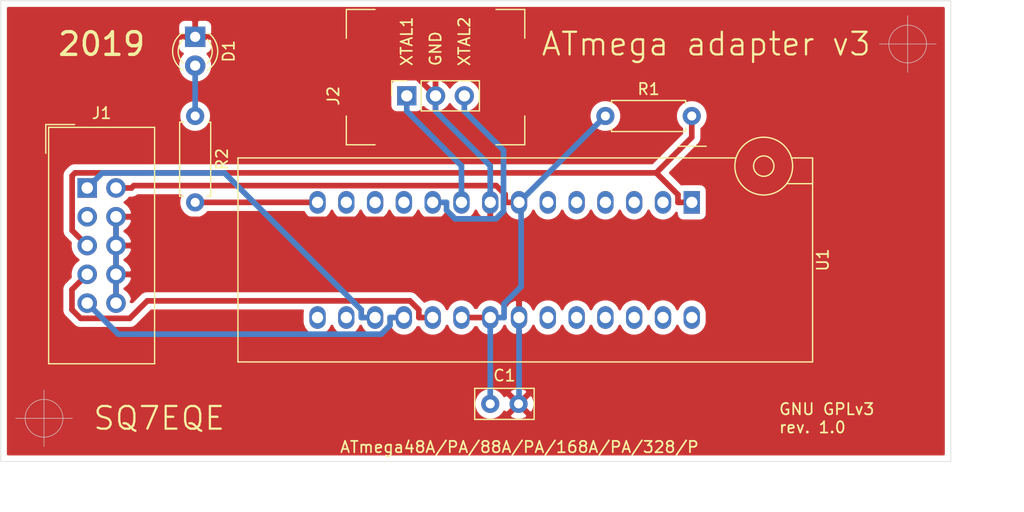
<source format=kicad_pcb>
(kicad_pcb (version 20171130) (host pcbnew 5.1.4-3.fc30)

  (general
    (thickness 1.6)
    (drawings 13)
    (tracks 74)
    (zones 0)
    (modules 7)
    (nets 28)
  )

  (page A4)
  (title_block
    (title "ATmega adapter v3")
    (date 2019-09-25)
    (rev 1.0)
    (company "mgr inż. Paweł Sobótka")
    (comment 1 "GNU GPLv3")
    (comment 2 ATmega48A/PA/88A/PA/168A/PA/328/P)
  )

  (layers
    (0 F.Cu signal)
    (31 B.Cu signal)
    (32 B.Adhes user)
    (33 F.Adhes user)
    (34 B.Paste user)
    (35 F.Paste user)
    (36 B.SilkS user)
    (37 F.SilkS user)
    (38 B.Mask user)
    (39 F.Mask user)
    (40 Dwgs.User user)
    (41 Cmts.User user)
    (42 Eco1.User user)
    (43 Eco2.User user)
    (44 Edge.Cuts user)
    (45 Margin user)
    (46 B.CrtYd user)
    (47 F.CrtYd user)
    (48 B.Fab user)
    (49 F.Fab user)
  )

  (setup
    (last_trace_width 0.4)
    (trace_clearance 0.2)
    (zone_clearance 0.508)
    (zone_45_only no)
    (trace_min 0.2)
    (via_size 0.8)
    (via_drill 0.4)
    (via_min_size 0.4)
    (via_min_drill 0.3)
    (uvia_size 0.3)
    (uvia_drill 0.1)
    (uvias_allowed no)
    (uvia_min_size 0.2)
    (uvia_min_drill 0.1)
    (edge_width 0.05)
    (segment_width 0.2)
    (pcb_text_width 0.3)
    (pcb_text_size 1.5 1.5)
    (mod_edge_width 0.12)
    (mod_text_size 1 1)
    (mod_text_width 0.15)
    (pad_size 1.524 1.524)
    (pad_drill 0.762)
    (pad_to_mask_clearance 0.051)
    (solder_mask_min_width 0.25)
    (aux_axis_origin 93.98 124.46)
    (visible_elements FFFFFF7F)
    (pcbplotparams
      (layerselection 0x291fc_ffffffff)
      (usegerberextensions false)
      (usegerberattributes false)
      (usegerberadvancedattributes false)
      (creategerberjobfile true)
      (excludeedgelayer true)
      (linewidth 0.100000)
      (plotframeref false)
      (viasonmask false)
      (mode 1)
      (useauxorigin false)
      (hpglpennumber 1)
      (hpglpenspeed 20)
      (hpglpendiameter 15.000000)
      (psnegative false)
      (psa4output false)
      (plotreference true)
      (plotvalue true)
      (plotinvisibletext false)
      (padsonsilk false)
      (subtractmaskfromsilk false)
      (outputformat 1)
      (mirror false)
      (drillshape 0)
      (scaleselection 1)
      (outputdirectory "gerbv/"))
  )

  (net 0 "")
  (net 1 "Net-(C1-Pad1)")
  (net 2 GND)
  (net 3 "Net-(D1-Pad2)")
  (net 4 /MOSI)
  (net 5 "Net-(J1-Pad3)")
  (net 6 /RESET)
  (net 7 /SCK)
  (net 8 /MISO)
  (net 9 /XTAL1)
  (net 10 /XTAL2)
  (net 11 "Net-(R2-Pad2)")
  (net 12 "Net-(U1-Pad28)")
  (net 13 "Net-(U1-Pad2)")
  (net 14 "Net-(U1-Pad27)")
  (net 15 "Net-(U1-Pad3)")
  (net 16 "Net-(U1-Pad26)")
  (net 17 "Net-(U1-Pad4)")
  (net 18 "Net-(U1-Pad25)")
  (net 19 "Net-(U1-Pad5)")
  (net 20 "Net-(U1-Pad24)")
  (net 21 "Net-(U1-Pad6)")
  (net 22 "Net-(U1-Pad23)")
  (net 23 "Net-(U1-Pad11)")
  (net 24 "Net-(U1-Pad12)")
  (net 25 "Net-(U1-Pad13)")
  (net 26 "Net-(U1-Pad16)")
  (net 27 "Net-(U1-Pad15)")

  (net_class Default "To jest domyślna klasa połączeń."
    (clearance 0.2)
    (trace_width 0.4)
    (via_dia 0.8)
    (via_drill 0.4)
    (uvia_dia 0.3)
    (uvia_drill 0.1)
    (add_net /MISO)
    (add_net /MOSI)
    (add_net /RESET)
    (add_net /SCK)
    (add_net /XTAL1)
    (add_net /XTAL2)
    (add_net GND)
    (add_net "Net-(C1-Pad1)")
    (add_net "Net-(D1-Pad2)")
    (add_net "Net-(J1-Pad3)")
    (add_net "Net-(R2-Pad2)")
    (add_net "Net-(U1-Pad11)")
    (add_net "Net-(U1-Pad12)")
    (add_net "Net-(U1-Pad13)")
    (add_net "Net-(U1-Pad15)")
    (add_net "Net-(U1-Pad16)")
    (add_net "Net-(U1-Pad2)")
    (add_net "Net-(U1-Pad23)")
    (add_net "Net-(U1-Pad24)")
    (add_net "Net-(U1-Pad25)")
    (add_net "Net-(U1-Pad26)")
    (add_net "Net-(U1-Pad27)")
    (add_net "Net-(U1-Pad28)")
    (add_net "Net-(U1-Pad3)")
    (add_net "Net-(U1-Pad4)")
    (add_net "Net-(U1-Pad5)")
    (add_net "Net-(U1-Pad6)")
  )

  (module atmega_prog_adapter_v3:PinSocket_1x03_P2.54mm_Vertical (layer F.Cu) (tedit 5D8C1B56) (tstamp 5D8BD5CF)
    (at 129.794 92.202 90)
    (descr "Through hole straight socket strip, 1x03, 2.54mm pitch, single row (from Kicad 4.0.7), script generated")
    (tags "Through hole socket strip THT 1x03 2.54mm single row")
    (path /5D8B8B96)
    (fp_text reference J2 (at 0 -6.477 90) (layer F.SilkS)
      (effects (font (size 1 1) (thickness 0.15)))
    )
    (fp_text value XTAL_connector (at 1.27 11.43 90) (layer F.Fab)
      (effects (font (size 1 1) (thickness 0.15)))
    )
    (fp_line (start -4.318 -2.794) (end -4.318 -5.334) (layer F.SilkS) (width 0.12))
    (fp_line (start -4.318 -5.334) (end -1.778 -5.334) (layer F.SilkS) (width 0.12))
    (fp_line (start 7.62 10.414) (end 7.62 7.874) (layer F.SilkS) (width 0.12))
    (fp_line (start 5.08 10.414) (end 7.62 10.414) (layer F.SilkS) (width 0.12))
    (fp_line (start -4.318 10.414) (end -4.318 7.874) (layer F.SilkS) (width 0.12))
    (fp_line (start -4.318 10.414) (end -1.778 10.414) (layer F.SilkS) (width 0.12))
    (fp_line (start 7.62 -2.794) (end 7.62 -5.334) (layer F.SilkS) (width 0.12))
    (fp_line (start 5.08 -5.334) (end 7.62 -5.334) (layer F.SilkS) (width 0.12))
    (fp_text user GND (at 2.54 2.54 90) (layer F.SilkS)
      (effects (font (size 1 1) (thickness 0.15)) (justify left))
    )
    (fp_text user XTAL2 (at 2.54 5.08 90) (layer F.SilkS)
      (effects (font (size 1 1) (thickness 0.15)) (justify left))
    )
    (fp_text user XTAL1 (at 2.54 0 90) (layer F.SilkS)
      (effects (font (size 1 1) (thickness 0.15)) (justify left))
    )
    (fp_text user %R (at 0 2.54) (layer F.Fab)
      (effects (font (size 1 1) (thickness 0.15)))
    )
    (fp_line (start -4.34 10.38) (end -4.34 -5.33) (layer F.CrtYd) (width 0.05))
    (fp_line (start 7.62 10.38) (end -4.34 10.38) (layer F.CrtYd) (width 0.05))
    (fp_line (start 7.62 -5.33) (end 7.62 10.38) (layer F.CrtYd) (width 0.05))
    (fp_line (start -4.34 -5.33) (end 7.62 -5.33) (layer F.CrtYd) (width 0.05))
    (fp_line (start 0 -1.33) (end 1.33 -1.33) (layer F.SilkS) (width 0.12))
    (fp_line (start 1.33 -1.33) (end 1.33 0) (layer F.SilkS) (width 0.12))
    (fp_line (start 1.33 1.27) (end 1.33 6.41) (layer F.SilkS) (width 0.12))
    (fp_line (start -1.33 6.41) (end 1.33 6.41) (layer F.SilkS) (width 0.12))
    (fp_line (start -1.33 1.27) (end -1.33 6.41) (layer F.SilkS) (width 0.12))
    (fp_line (start -1.33 1.27) (end 1.33 1.27) (layer F.SilkS) (width 0.12))
    (fp_line (start -1.27 6.35) (end -1.27 -1.27) (layer F.Fab) (width 0.1))
    (fp_line (start 1.27 6.35) (end -1.27 6.35) (layer F.Fab) (width 0.1))
    (fp_line (start 1.27 -0.635) (end 1.27 6.35) (layer F.Fab) (width 0.1))
    (fp_line (start 0.635 -1.27) (end 1.27 -0.635) (layer F.Fab) (width 0.1))
    (fp_line (start -1.27 -1.27) (end 0.635 -1.27) (layer F.Fab) (width 0.1))
    (pad 3 thru_hole oval (at 0 5.08 90) (size 1.7 1.7) (drill 1) (layers *.Cu *.Mask)
      (net 10 /XTAL2))
    (pad 2 thru_hole oval (at 0 2.54 90) (size 1.7 1.7) (drill 1) (layers *.Cu *.Mask)
      (net 2 GND))
    (pad 1 thru_hole rect (at 0 0 90) (size 1.7 1.7) (drill 1) (layers *.Cu *.Mask)
      (net 9 /XTAL1))
    (model ${KISYS3DMOD}/Connector_PinSocket_2.54mm.3dshapes/PinSocket_1x03_P2.54mm_Vertical.wrl
      (at (xyz 0 0 0))
      (scale (xyz 1 1 1))
      (rotate (xyz 0 0 0))
    )
  )

  (module Capacitor_THT:C_Disc_D5.0mm_W2.5mm_P2.50mm (layer F.Cu) (tedit 5AE50EF0) (tstamp 5D8BBDA0)
    (at 137.16 119.38)
    (descr "C, Disc series, Radial, pin pitch=2.50mm, , diameter*width=5*2.5mm^2, Capacitor, http://cdn-reichelt.de/documents/datenblatt/B300/DS_KERKO_TC.pdf")
    (tags "C Disc series Radial pin pitch 2.50mm  diameter 5mm width 2.5mm Capacitor")
    (path /5D892234)
    (fp_text reference C1 (at 1.25 -2.5) (layer F.SilkS)
      (effects (font (size 1 1) (thickness 0.15)))
    )
    (fp_text value 0.1u (at 1.25 2.5) (layer F.Fab)
      (effects (font (size 1 1) (thickness 0.15)))
    )
    (fp_text user %R (at 1.25 0) (layer F.Fab)
      (effects (font (size 1 1) (thickness 0.15)))
    )
    (fp_line (start 4 -1.5) (end -1.5 -1.5) (layer F.CrtYd) (width 0.05))
    (fp_line (start 4 1.5) (end 4 -1.5) (layer F.CrtYd) (width 0.05))
    (fp_line (start -1.5 1.5) (end 4 1.5) (layer F.CrtYd) (width 0.05))
    (fp_line (start -1.5 -1.5) (end -1.5 1.5) (layer F.CrtYd) (width 0.05))
    (fp_line (start 3.87 -1.37) (end 3.87 1.37) (layer F.SilkS) (width 0.12))
    (fp_line (start -1.37 -1.37) (end -1.37 1.37) (layer F.SilkS) (width 0.12))
    (fp_line (start -1.37 1.37) (end 3.87 1.37) (layer F.SilkS) (width 0.12))
    (fp_line (start -1.37 -1.37) (end 3.87 -1.37) (layer F.SilkS) (width 0.12))
    (fp_line (start 3.75 -1.25) (end -1.25 -1.25) (layer F.Fab) (width 0.1))
    (fp_line (start 3.75 1.25) (end 3.75 -1.25) (layer F.Fab) (width 0.1))
    (fp_line (start -1.25 1.25) (end 3.75 1.25) (layer F.Fab) (width 0.1))
    (fp_line (start -1.25 -1.25) (end -1.25 1.25) (layer F.Fab) (width 0.1))
    (pad 2 thru_hole circle (at 2.5 0) (size 1.6 1.6) (drill 0.8) (layers *.Cu *.Mask)
      (net 2 GND))
    (pad 1 thru_hole circle (at 0 0) (size 1.6 1.6) (drill 0.8) (layers *.Cu *.Mask)
      (net 1 "Net-(C1-Pad1)"))
    (model ${KISYS3DMOD}/Capacitor_THT.3dshapes/C_Disc_D5.0mm_W2.5mm_P2.50mm.wrl
      (at (xyz 0 0 0))
      (scale (xyz 1 1 1))
      (rotate (xyz 0 0 0))
    )
  )

  (module LED_THT:LED_D3.0mm (layer F.Cu) (tedit 587A3A7B) (tstamp 5D8C26F2)
    (at 111.125 86.995 270)
    (descr "LED, diameter 3.0mm, 2 pins")
    (tags "LED diameter 3.0mm 2 pins")
    (path /5D892E00)
    (fp_text reference D1 (at 1.27 -2.96 90) (layer F.SilkS)
      (effects (font (size 1 1) (thickness 0.15)))
    )
    (fp_text value YELLOW (at 1.27 2.96 90) (layer F.Fab)
      (effects (font (size 1 1) (thickness 0.15)))
    )
    (fp_line (start 3.7 -2.25) (end -1.15 -2.25) (layer F.CrtYd) (width 0.05))
    (fp_line (start 3.7 2.25) (end 3.7 -2.25) (layer F.CrtYd) (width 0.05))
    (fp_line (start -1.15 2.25) (end 3.7 2.25) (layer F.CrtYd) (width 0.05))
    (fp_line (start -1.15 -2.25) (end -1.15 2.25) (layer F.CrtYd) (width 0.05))
    (fp_line (start -0.29 1.08) (end -0.29 1.236) (layer F.SilkS) (width 0.12))
    (fp_line (start -0.29 -1.236) (end -0.29 -1.08) (layer F.SilkS) (width 0.12))
    (fp_line (start -0.23 -1.16619) (end -0.23 1.16619) (layer F.Fab) (width 0.1))
    (fp_circle (center 1.27 0) (end 2.77 0) (layer F.Fab) (width 0.1))
    (fp_arc (start 1.27 0) (end 0.229039 1.08) (angle -87.9) (layer F.SilkS) (width 0.12))
    (fp_arc (start 1.27 0) (end 0.229039 -1.08) (angle 87.9) (layer F.SilkS) (width 0.12))
    (fp_arc (start 1.27 0) (end -0.29 1.235516) (angle -108.8) (layer F.SilkS) (width 0.12))
    (fp_arc (start 1.27 0) (end -0.29 -1.235516) (angle 108.8) (layer F.SilkS) (width 0.12))
    (fp_arc (start 1.27 0) (end -0.23 -1.16619) (angle 284.3) (layer F.Fab) (width 0.1))
    (pad 2 thru_hole circle (at 2.54 0 270) (size 1.8 1.8) (drill 0.9) (layers *.Cu *.Mask)
      (net 3 "Net-(D1-Pad2)"))
    (pad 1 thru_hole rect (at 0 0 270) (size 1.8 1.8) (drill 0.9) (layers *.Cu *.Mask)
      (net 2 GND))
    (model ${KISYS3DMOD}/LED_THT.3dshapes/LED_D3.0mm.wrl
      (at (xyz 0 0 0))
      (scale (xyz 1 1 1))
      (rotate (xyz 0 0 0))
    )
  )

  (module Connector_IDC:IDC-Header_2x05_P2.54mm_Vertical (layer F.Cu) (tedit 59DE0611) (tstamp 5D8BBDDB)
    (at 101.6 100.33)
    (descr "Through hole straight IDC box header, 2x05, 2.54mm pitch, double rows")
    (tags "Through hole IDC box header THT 2x05 2.54mm double row")
    (path /5D88F0F0)
    (fp_text reference J1 (at 1.27 -6.604) (layer F.SilkS)
      (effects (font (size 1 1) (thickness 0.15)))
    )
    (fp_text value AVR-ISP-10 (at 1.27 16.764) (layer F.Fab)
      (effects (font (size 1 1) (thickness 0.15)))
    )
    (fp_line (start -3.655 -5.6) (end -1.115 -5.6) (layer F.SilkS) (width 0.12))
    (fp_line (start -3.655 -5.6) (end -3.655 -3.06) (layer F.SilkS) (width 0.12))
    (fp_line (start -3.405 -5.35) (end 5.945 -5.35) (layer F.SilkS) (width 0.12))
    (fp_line (start -3.405 15.51) (end -3.405 -5.35) (layer F.SilkS) (width 0.12))
    (fp_line (start 5.945 15.51) (end -3.405 15.51) (layer F.SilkS) (width 0.12))
    (fp_line (start 5.945 -5.35) (end 5.945 15.51) (layer F.SilkS) (width 0.12))
    (fp_line (start -3.41 -5.35) (end 5.95 -5.35) (layer F.CrtYd) (width 0.05))
    (fp_line (start -3.41 15.51) (end -3.41 -5.35) (layer F.CrtYd) (width 0.05))
    (fp_line (start 5.95 15.51) (end -3.41 15.51) (layer F.CrtYd) (width 0.05))
    (fp_line (start 5.95 -5.35) (end 5.95 15.51) (layer F.CrtYd) (width 0.05))
    (fp_line (start -3.155 15.26) (end -2.605 14.7) (layer F.Fab) (width 0.1))
    (fp_line (start -3.155 -5.1) (end -2.605 -4.56) (layer F.Fab) (width 0.1))
    (fp_line (start 5.695 15.26) (end 5.145 14.7) (layer F.Fab) (width 0.1))
    (fp_line (start 5.695 -5.1) (end 5.145 -4.56) (layer F.Fab) (width 0.1))
    (fp_line (start 5.145 14.7) (end -2.605 14.7) (layer F.Fab) (width 0.1))
    (fp_line (start 5.695 15.26) (end -3.155 15.26) (layer F.Fab) (width 0.1))
    (fp_line (start 5.145 -4.56) (end -2.605 -4.56) (layer F.Fab) (width 0.1))
    (fp_line (start 5.695 -5.1) (end -3.155 -5.1) (layer F.Fab) (width 0.1))
    (fp_line (start -2.605 7.33) (end -3.155 7.33) (layer F.Fab) (width 0.1))
    (fp_line (start -2.605 2.83) (end -3.155 2.83) (layer F.Fab) (width 0.1))
    (fp_line (start -2.605 7.33) (end -2.605 14.7) (layer F.Fab) (width 0.1))
    (fp_line (start -2.605 -4.56) (end -2.605 2.83) (layer F.Fab) (width 0.1))
    (fp_line (start -3.155 -5.1) (end -3.155 15.26) (layer F.Fab) (width 0.1))
    (fp_line (start 5.145 -4.56) (end 5.145 14.7) (layer F.Fab) (width 0.1))
    (fp_line (start 5.695 -5.1) (end 5.695 15.26) (layer F.Fab) (width 0.1))
    (fp_text user %R (at 1.27 5.08) (layer F.Fab)
      (effects (font (size 1 1) (thickness 0.15)))
    )
    (pad 10 thru_hole oval (at 2.54 10.16) (size 1.7272 1.7272) (drill 1.016) (layers *.Cu *.Mask)
      (net 2 GND))
    (pad 9 thru_hole oval (at 0 10.16) (size 1.7272 1.7272) (drill 1.016) (layers *.Cu *.Mask)
      (net 8 /MISO))
    (pad 8 thru_hole oval (at 2.54 7.62) (size 1.7272 1.7272) (drill 1.016) (layers *.Cu *.Mask)
      (net 2 GND))
    (pad 7 thru_hole oval (at 0 7.62) (size 1.7272 1.7272) (drill 1.016) (layers *.Cu *.Mask)
      (net 7 /SCK))
    (pad 6 thru_hole oval (at 2.54 5.08) (size 1.7272 1.7272) (drill 1.016) (layers *.Cu *.Mask)
      (net 2 GND))
    (pad 5 thru_hole oval (at 0 5.08) (size 1.7272 1.7272) (drill 1.016) (layers *.Cu *.Mask)
      (net 6 /RESET))
    (pad 4 thru_hole oval (at 2.54 2.54) (size 1.7272 1.7272) (drill 1.016) (layers *.Cu *.Mask)
      (net 2 GND))
    (pad 3 thru_hole oval (at 0 2.54) (size 1.7272 1.7272) (drill 1.016) (layers *.Cu *.Mask)
      (net 5 "Net-(J1-Pad3)"))
    (pad 2 thru_hole oval (at 2.54 0) (size 1.7272 1.7272) (drill 1.016) (layers *.Cu *.Mask)
      (net 1 "Net-(C1-Pad1)"))
    (pad 1 thru_hole rect (at 0 0) (size 1.7272 1.7272) (drill 1.016) (layers *.Cu *.Mask)
      (net 4 /MOSI))
    (model ${KISYS3DMOD}/Connector_IDC.3dshapes/IDC-Header_2x05_P2.54mm_Vertical.wrl
      (at (xyz 0 0 0))
      (scale (xyz 1 1 1))
      (rotate (xyz 0 0 0))
    )
  )

  (module Resistor_THT:R_Axial_DIN0207_L6.3mm_D2.5mm_P7.62mm_Horizontal (layer F.Cu) (tedit 5AE5139B) (tstamp 5D8BBE09)
    (at 147.32 93.98)
    (descr "Resistor, Axial_DIN0207 series, Axial, Horizontal, pin pitch=7.62mm, 0.25W = 1/4W, length*diameter=6.3*2.5mm^2, http://cdn-reichelt.de/documents/datenblatt/B400/1_4W%23YAG.pdf")
    (tags "Resistor Axial_DIN0207 series Axial Horizontal pin pitch 7.62mm 0.25W = 1/4W length 6.3mm diameter 2.5mm")
    (path /5D8926C3)
    (fp_text reference R1 (at 3.81 -2.37) (layer F.SilkS)
      (effects (font (size 1 1) (thickness 0.15)))
    )
    (fp_text value 10k (at 3.81 2.37) (layer F.Fab)
      (effects (font (size 1 1) (thickness 0.15)))
    )
    (fp_text user %R (at 3.81 0) (layer F.Fab)
      (effects (font (size 1 1) (thickness 0.15)))
    )
    (fp_line (start 8.67 -1.5) (end -1.05 -1.5) (layer F.CrtYd) (width 0.05))
    (fp_line (start 8.67 1.5) (end 8.67 -1.5) (layer F.CrtYd) (width 0.05))
    (fp_line (start -1.05 1.5) (end 8.67 1.5) (layer F.CrtYd) (width 0.05))
    (fp_line (start -1.05 -1.5) (end -1.05 1.5) (layer F.CrtYd) (width 0.05))
    (fp_line (start 7.08 1.37) (end 7.08 1.04) (layer F.SilkS) (width 0.12))
    (fp_line (start 0.54 1.37) (end 7.08 1.37) (layer F.SilkS) (width 0.12))
    (fp_line (start 0.54 1.04) (end 0.54 1.37) (layer F.SilkS) (width 0.12))
    (fp_line (start 7.08 -1.37) (end 7.08 -1.04) (layer F.SilkS) (width 0.12))
    (fp_line (start 0.54 -1.37) (end 7.08 -1.37) (layer F.SilkS) (width 0.12))
    (fp_line (start 0.54 -1.04) (end 0.54 -1.37) (layer F.SilkS) (width 0.12))
    (fp_line (start 7.62 0) (end 6.96 0) (layer F.Fab) (width 0.1))
    (fp_line (start 0 0) (end 0.66 0) (layer F.Fab) (width 0.1))
    (fp_line (start 6.96 -1.25) (end 0.66 -1.25) (layer F.Fab) (width 0.1))
    (fp_line (start 6.96 1.25) (end 6.96 -1.25) (layer F.Fab) (width 0.1))
    (fp_line (start 0.66 1.25) (end 6.96 1.25) (layer F.Fab) (width 0.1))
    (fp_line (start 0.66 -1.25) (end 0.66 1.25) (layer F.Fab) (width 0.1))
    (pad 2 thru_hole oval (at 7.62 0) (size 1.6 1.6) (drill 0.8) (layers *.Cu *.Mask)
      (net 6 /RESET))
    (pad 1 thru_hole circle (at 0 0) (size 1.6 1.6) (drill 0.8) (layers *.Cu *.Mask)
      (net 1 "Net-(C1-Pad1)"))
    (model ${KISYS3DMOD}/Resistor_THT.3dshapes/R_Axial_DIN0207_L6.3mm_D2.5mm_P7.62mm_Horizontal.wrl
      (at (xyz 0 0 0))
      (scale (xyz 1 1 1))
      (rotate (xyz 0 0 0))
    )
  )

  (module Resistor_THT:R_Axial_DIN0207_L6.3mm_D2.5mm_P7.62mm_Horizontal (layer F.Cu) (tedit 5AE5139B) (tstamp 5D8BBE20)
    (at 111.125 93.98 270)
    (descr "Resistor, Axial_DIN0207 series, Axial, Horizontal, pin pitch=7.62mm, 0.25W = 1/4W, length*diameter=6.3*2.5mm^2, http://cdn-reichelt.de/documents/datenblatt/B400/1_4W%23YAG.pdf")
    (tags "Resistor Axial_DIN0207 series Axial Horizontal pin pitch 7.62mm 0.25W = 1/4W length 6.3mm diameter 2.5mm")
    (path /5D892A87)
    (fp_text reference R2 (at 3.81 -2.37 90) (layer F.SilkS)
      (effects (font (size 1 1) (thickness 0.15)))
    )
    (fp_text value 470 (at 3.81 2.37 90) (layer F.Fab)
      (effects (font (size 1 1) (thickness 0.15)))
    )
    (fp_text user %R (at 3.81 0 90) (layer F.Fab)
      (effects (font (size 1 1) (thickness 0.15)))
    )
    (fp_line (start 8.67 -1.5) (end -1.05 -1.5) (layer F.CrtYd) (width 0.05))
    (fp_line (start 8.67 1.5) (end 8.67 -1.5) (layer F.CrtYd) (width 0.05))
    (fp_line (start -1.05 1.5) (end 8.67 1.5) (layer F.CrtYd) (width 0.05))
    (fp_line (start -1.05 -1.5) (end -1.05 1.5) (layer F.CrtYd) (width 0.05))
    (fp_line (start 7.08 1.37) (end 7.08 1.04) (layer F.SilkS) (width 0.12))
    (fp_line (start 0.54 1.37) (end 7.08 1.37) (layer F.SilkS) (width 0.12))
    (fp_line (start 0.54 1.04) (end 0.54 1.37) (layer F.SilkS) (width 0.12))
    (fp_line (start 7.08 -1.37) (end 7.08 -1.04) (layer F.SilkS) (width 0.12))
    (fp_line (start 0.54 -1.37) (end 7.08 -1.37) (layer F.SilkS) (width 0.12))
    (fp_line (start 0.54 -1.04) (end 0.54 -1.37) (layer F.SilkS) (width 0.12))
    (fp_line (start 7.62 0) (end 6.96 0) (layer F.Fab) (width 0.1))
    (fp_line (start 0 0) (end 0.66 0) (layer F.Fab) (width 0.1))
    (fp_line (start 6.96 -1.25) (end 0.66 -1.25) (layer F.Fab) (width 0.1))
    (fp_line (start 6.96 1.25) (end 6.96 -1.25) (layer F.Fab) (width 0.1))
    (fp_line (start 0.66 1.25) (end 6.96 1.25) (layer F.Fab) (width 0.1))
    (fp_line (start 0.66 -1.25) (end 0.66 1.25) (layer F.Fab) (width 0.1))
    (pad 2 thru_hole oval (at 7.62 0 270) (size 1.6 1.6) (drill 0.8) (layers *.Cu *.Mask)
      (net 11 "Net-(R2-Pad2)"))
    (pad 1 thru_hole circle (at 0 0 270) (size 1.6 1.6) (drill 0.8) (layers *.Cu *.Mask)
      (net 3 "Net-(D1-Pad2)"))
    (model ${KISYS3DMOD}/Resistor_THT.3dshapes/R_Axial_DIN0207_L6.3mm_D2.5mm_P7.62mm_Horizontal.wrl
      (at (xyz 0 0 0))
      (scale (xyz 1 1 1))
      (rotate (xyz 0 0 0))
    )
  )

  (module Socket:DIP_Socket-28_W6.9_W7.62_W10.16_W12.7_W13.5_3M_228-4817-00-0602J (layer F.Cu) (tedit 5AF5D4CC) (tstamp 5D8BBE63)
    (at 154.94 101.6 270)
    (descr "3M 28-pin zero insertion force socket, through-hole, row spacing 10.16 mm (400 mils), http://multimedia.3m.com/mws/media/494546O/3mtm-dip-sockets-100-2-54-mm-ts0365.pdf")
    (tags "THT DIP DIL ZIF 10.16mm 400mil Socket")
    (path /5D8917EB)
    (fp_text reference U1 (at 5.08 -11.56 90) (layer F.SilkS)
      (effects (font (size 1 1) (thickness 0.15)))
    )
    (fp_text value ATmega48A/PA/88A/PA/168A/PA/328/P (at 5.08 40.94 90) (layer F.Fab)
      (effects (font (size 0.6 0.6) (thickness 0.09)))
    )
    (fp_text user %R (at 5.08 14.69 90) (layer F.Fab)
      (effects (font (size 1 1) (thickness 0.15)))
    )
    (fp_line (start -4.95 1.27) (end -4.95 -1.27) (layer F.SilkS) (width 0.12))
    (fp_line (start -1.65 -10.66) (end -1.65 -8.4) (layer F.SilkS) (width 0.12))
    (fp_line (start -3.92 -10.66) (end -3.92 -8.8) (layer F.SilkS) (width 0.12))
    (fp_line (start 14.08 -10.66) (end -3.92 -10.66) (layer F.SilkS) (width 0.12))
    (fp_line (start 14.08 40.04) (end 14.08 -10.66) (layer F.SilkS) (width 0.12))
    (fp_line (start -3.92 40.04) (end 14.08 40.04) (layer F.SilkS) (width 0.12))
    (fp_line (start -3.92 -3.9) (end -3.92 40.04) (layer F.SilkS) (width 0.12))
    (fp_line (start 13.98 -10.56) (end 13.98 39.94) (layer F.Fab) (width 0.1))
    (fp_line (start -2.85 -10.56) (end 13.98 -10.56) (layer F.Fab) (width 0.1))
    (fp_line (start -3.82 -9.4) (end -2.85 -10.56) (layer F.Fab) (width 0.1))
    (fp_line (start -3.82 39.94) (end -3.82 -9.4) (layer F.Fab) (width 0.1))
    (fp_line (start 13.98 39.94) (end -3.82 39.94) (layer F.Fab) (width 0.1))
    (fp_line (start -1.9 -15.86) (end -1.9 -10.56) (layer F.Fab) (width 0.1))
    (fp_line (start -3.5 -15.86) (end -1.9 -15.86) (layer F.Fab) (width 0.1))
    (fp_line (start -3.5 -9.75) (end -3.5 -15.86) (layer F.Fab) (width 0.1))
    (fp_line (start -0.4 -17.86) (end -1.9 -15.86) (layer F.Fab) (width 0.1))
    (fp_line (start -5 -17.86) (end -3.5 -15.86) (layer F.Fab) (width 0.1))
    (fp_line (start -0.4 -17.86) (end -0.4 -21.46) (layer F.Fab) (width 0.1))
    (fp_line (start -5 -17.86) (end -0.4 -17.86) (layer F.Fab) (width 0.1))
    (fp_line (start -5 -21.46) (end -5 -17.86) (layer F.Fab) (width 0.1))
    (fp_line (start -0.4 -21.46) (end -5 -21.46) (layer F.Fab) (width 0.1))
    (fp_line (start -1.7 -22.86) (end -0.4 -21.46) (layer F.Fab) (width 0.1))
    (fp_line (start -3.7 -22.86) (end -1.7 -22.86) (layer F.Fab) (width 0.1))
    (fp_line (start -5 -21.46) (end -3.7 -22.86) (layer F.Fab) (width 0.1))
    (fp_line (start -5.5 -3.4) (end -5.5 -23.36) (layer F.CrtYd) (width 0.05))
    (fp_line (start -4.32 -3.4) (end -5.5 -3.4) (layer F.CrtYd) (width 0.05))
    (fp_line (start -4.32 40.44) (end -4.32 -3.4) (layer F.CrtYd) (width 0.05))
    (fp_line (start 14.48 40.44) (end -4.32 40.44) (layer F.CrtYd) (width 0.05))
    (fp_line (start 14.48 -11.06) (end 14.48 40.44) (layer F.CrtYd) (width 0.05))
    (fp_line (start 0.1 -11.06) (end 14.48 -11.06) (layer F.CrtYd) (width 0.05))
    (fp_line (start 0.1 -23.36) (end 0.1 -11.06) (layer F.CrtYd) (width 0.05))
    (fp_line (start -5.5 -23.36) (end 0.1 -23.36) (layer F.CrtYd) (width 0.05))
    (fp_circle (center -3.2 -6.35) (end -2.3 -6.35) (layer F.SilkS) (width 0.12))
    (fp_circle (center -3.2 -6.35) (end -0.65 -6.35) (layer F.SilkS) (width 0.12))
    (pad 15 thru_hole oval (at 10.16 33.02 270) (size 2 1.44) (drill 1) (layers *.Cu *.Mask)
      (net 27 "Net-(U1-Pad15)"))
    (pad 14 thru_hole oval (at 0 33.02 270) (size 2 1.44) (drill 1) (layers *.Cu *.Mask)
      (net 11 "Net-(R2-Pad2)"))
    (pad 16 thru_hole oval (at 10.16 30.48 270) (size 2 1.44) (drill 1) (layers *.Cu *.Mask)
      (net 26 "Net-(U1-Pad16)"))
    (pad 13 thru_hole oval (at 0 30.48 270) (size 2 1.44) (drill 1) (layers *.Cu *.Mask)
      (net 25 "Net-(U1-Pad13)"))
    (pad 17 thru_hole oval (at 10.16 27.94 270) (size 2 1.44) (drill 1) (layers *.Cu *.Mask)
      (net 4 /MOSI))
    (pad 12 thru_hole oval (at 0 27.94 270) (size 2 1.44) (drill 1) (layers *.Cu *.Mask)
      (net 24 "Net-(U1-Pad12)"))
    (pad 18 thru_hole oval (at 10.16 25.4 270) (size 2 1.44) (drill 1) (layers *.Cu *.Mask)
      (net 8 /MISO))
    (pad 11 thru_hole oval (at 0 25.4 270) (size 2 1.44) (drill 1) (layers *.Cu *.Mask)
      (net 23 "Net-(U1-Pad11)"))
    (pad 19 thru_hole oval (at 10.16 22.86 270) (size 2 1.44) (drill 1) (layers *.Cu *.Mask)
      (net 7 /SCK))
    (pad 10 thru_hole oval (at 0 22.86 270) (size 2 1.44) (drill 1) (layers *.Cu *.Mask)
      (net 10 /XTAL2))
    (pad 20 thru_hole oval (at 10.16 20.32 270) (size 2 1.44) (drill 1) (layers *.Cu *.Mask)
      (net 1 "Net-(C1-Pad1)"))
    (pad 9 thru_hole oval (at 0 20.32 270) (size 2 1.44) (drill 1) (layers *.Cu *.Mask)
      (net 9 /XTAL1))
    (pad 21 thru_hole oval (at 10.16 17.78 270) (size 2 1.44) (drill 1) (layers *.Cu *.Mask)
      (net 1 "Net-(C1-Pad1)"))
    (pad 8 thru_hole oval (at 0 17.78 270) (size 2 1.44) (drill 1) (layers *.Cu *.Mask)
      (net 2 GND))
    (pad 22 thru_hole oval (at 10.16 15.24 270) (size 2 1.44) (drill 1) (layers *.Cu *.Mask)
      (net 2 GND))
    (pad 7 thru_hole oval (at 0 15.24 270) (size 2 1.44) (drill 1) (layers *.Cu *.Mask)
      (net 1 "Net-(C1-Pad1)"))
    (pad 23 thru_hole oval (at 10.16 12.7 270) (size 2 1.44) (drill 1) (layers *.Cu *.Mask)
      (net 22 "Net-(U1-Pad23)"))
    (pad 6 thru_hole oval (at 0 12.7 270) (size 2 1.44) (drill 1) (layers *.Cu *.Mask)
      (net 21 "Net-(U1-Pad6)"))
    (pad 24 thru_hole oval (at 10.16 10.16 270) (size 2 1.44) (drill 1) (layers *.Cu *.Mask)
      (net 20 "Net-(U1-Pad24)"))
    (pad 5 thru_hole oval (at 0 10.16 270) (size 2 1.44) (drill 1) (layers *.Cu *.Mask)
      (net 19 "Net-(U1-Pad5)"))
    (pad 25 thru_hole oval (at 10.16 7.62 270) (size 2 1.44) (drill 1) (layers *.Cu *.Mask)
      (net 18 "Net-(U1-Pad25)"))
    (pad 4 thru_hole oval (at 0 7.62 270) (size 2 1.44) (drill 1) (layers *.Cu *.Mask)
      (net 17 "Net-(U1-Pad4)"))
    (pad 26 thru_hole oval (at 10.16 5.08 270) (size 2 1.44) (drill 1) (layers *.Cu *.Mask)
      (net 16 "Net-(U1-Pad26)"))
    (pad 3 thru_hole oval (at 0 5.08 270) (size 2 1.44) (drill 1) (layers *.Cu *.Mask)
      (net 15 "Net-(U1-Pad3)"))
    (pad 27 thru_hole oval (at 10.16 2.54 270) (size 2 1.44) (drill 1) (layers *.Cu *.Mask)
      (net 14 "Net-(U1-Pad27)"))
    (pad 2 thru_hole oval (at 0 2.54 270) (size 2 1.44) (drill 1) (layers *.Cu *.Mask)
      (net 13 "Net-(U1-Pad2)"))
    (pad 28 thru_hole oval (at 10.16 0 270) (size 2 1.44) (drill 1) (layers *.Cu *.Mask)
      (net 12 "Net-(U1-Pad28)"))
    (pad 1 thru_hole rect (at 0 0 270) (size 2 1.44) (drill 1) (layers *.Cu *.Mask)
      (net 6 /RESET))
    (model ${KISYS3DMOD}/Socket.3dshapes/DIP_Socket-28_W6.9_W7.62_W10.16_W12.7_W13.5_3M_228-4817-00-0602J.wrl
      (at (xyz 0 0 0))
      (scale (xyz 1 1 1))
      (rotate (xyz 0 0 0))
    )
  )

  (gr_text ATmega48A/PA/88A/PA/168A/PA/328/P (at 123.825 123.19) (layer F.SilkS)
    (effects (font (size 1 1) (thickness 0.15)) (justify left))
  )
  (dimension 40.64 (width 0.15) (layer Dwgs.User)
    (gr_text "40,640 mm" (at 182.91 104.14 90) (layer Dwgs.User)
      (effects (font (size 1 1) (thickness 0.15)))
    )
    (feature1 (pts (xy 177.8 83.82) (xy 182.196421 83.82)))
    (feature2 (pts (xy 177.8 124.46) (xy 182.196421 124.46)))
    (crossbar (pts (xy 181.61 124.46) (xy 181.61 83.82)))
    (arrow1a (pts (xy 181.61 83.82) (xy 182.196421 84.946504)))
    (arrow1b (pts (xy 181.61 83.82) (xy 181.023579 84.946504)))
    (arrow2a (pts (xy 181.61 124.46) (xy 182.196421 123.333496)))
    (arrow2b (pts (xy 181.61 124.46) (xy 181.023579 123.333496)))
  )
  (dimension 83.82 (width 0.15) (layer Dwgs.User)
    (gr_text "83,820 mm" (at 135.89 129.57) (layer Dwgs.User)
      (effects (font (size 1 1) (thickness 0.15)))
    )
    (feature1 (pts (xy 177.8 124.46) (xy 177.8 128.856421)))
    (feature2 (pts (xy 93.98 124.46) (xy 93.98 128.856421)))
    (crossbar (pts (xy 93.98 128.27) (xy 177.8 128.27)))
    (arrow1a (pts (xy 177.8 128.27) (xy 176.673496 128.856421)))
    (arrow1b (pts (xy 177.8 128.27) (xy 176.673496 127.683579)))
    (arrow2a (pts (xy 93.98 128.27) (xy 95.106504 128.856421)))
    (arrow2b (pts (xy 93.98 128.27) (xy 95.106504 127.683579)))
  )
  (gr_text 2019 (at 102.87 87.63) (layer F.SilkS)
    (effects (font (size 2 2) (thickness 0.3)))
  )
  (gr_text "GNU GPLv3\nrev. 1.0" (at 162.56 120.65) (layer F.SilkS)
    (effects (font (size 1 1) (thickness 0.15)) (justify left))
  )
  (gr_text SQ7EQE (at 107.95 120.65) (layer F.SilkS)
    (effects (font (size 2 2) (thickness 0.2)))
  )
  (gr_text "ATmega adapter v3" (at 156.21 87.63) (layer F.SilkS)
    (effects (font (size 2 2) (thickness 0.2)))
  )
  (target plus (at 97.79 120.65) (size 5) (width 0.05) (layer Edge.Cuts) (tstamp 5D8BC544))
  (target plus (at 173.99 87.63) (size 5) (width 0.05) (layer Edge.Cuts))
  (gr_line (start 93.98 124.46) (end 93.98 83.82) (layer Edge.Cuts) (width 0.05) (tstamp 5D8BC44F))
  (gr_line (start 177.8 124.46) (end 93.98 124.46) (layer Edge.Cuts) (width 0.05))
  (gr_line (start 177.8 83.82) (end 177.8 124.46) (layer Edge.Cuts) (width 0.05))
  (gr_line (start 93.98 83.82) (end 177.8 83.82) (layer Edge.Cuts) (width 0.05))

  (segment (start 137.16 111.76) (end 138.38 111.76) (width 0.5) (layer B.Cu) (net 1))
  (segment (start 138.38 111.76) (end 138.38 110.54) (width 0.5) (layer B.Cu) (net 1))
  (segment (start 138.38 110.54) (end 139.8825 109.0375) (width 0.5) (layer B.Cu) (net 1))
  (segment (start 139.8825 109.0375) (end 139.8825 101.6) (width 0.5) (layer B.Cu) (net 1))
  (segment (start 139.7 101.6) (end 139.8825 101.6) (width 0.5) (layer B.Cu) (net 1))
  (segment (start 139.8825 101.6) (end 139.8825 101.4175) (width 0.5) (layer B.Cu) (net 1))
  (segment (start 139.8825 101.4175) (end 147.32 93.98) (width 0.5) (layer B.Cu) (net 1))
  (segment (start 104.14 100.33) (end 105.5036 100.33) (width 0.5) (layer F.Cu) (net 1))
  (segment (start 139.7 101.6) (end 138.48 101.6) (width 0.5) (layer F.Cu) (net 1))
  (segment (start 138.48 101.6) (end 138.48 100.9138) (width 0.5) (layer F.Cu) (net 1))
  (segment (start 138.48 100.9138) (end 137.6886 100.1224) (width 0.5) (layer F.Cu) (net 1))
  (segment (start 137.6886 100.1224) (end 105.7112 100.1224) (width 0.5) (layer F.Cu) (net 1))
  (segment (start 105.7112 100.1224) (end 105.5036 100.33) (width 0.5) (layer F.Cu) (net 1))
  (segment (start 137.16 111.76) (end 137.16 119.38) (width 0.5) (layer B.Cu) (net 1))
  (segment (start 137.16 111.76) (end 134.62 111.76) (width 0.5) (layer F.Cu) (net 1))
  (segment (start 137.16 101.6) (end 137.16 103.1) (width 0.5) (layer F.Cu) (net 2))
  (segment (start 137.1075 103.1027) (end 105.7363 103.1027) (width 0.5) (layer F.Cu) (net 2))
  (segment (start 105.7363 103.1027) (end 105.5036 102.87) (width 0.5) (layer F.Cu) (net 2))
  (segment (start 137.16 103.1) (end 137.1102 103.1) (width 0.5) (layer F.Cu) (net 2))
  (segment (start 137.1102 103.1) (end 137.1075 103.1027) (width 0.5) (layer F.Cu) (net 2))
  (segment (start 139.7 111.76) (end 139.7 105.6952) (width 0.5) (layer F.Cu) (net 2))
  (segment (start 139.7 105.6952) (end 137.1075 103.1027) (width 0.5) (layer F.Cu) (net 2))
  (segment (start 104.14 102.87) (end 105.5036 102.87) (width 0.5) (layer F.Cu) (net 2))
  (segment (start 132.334 93.552) (end 137.16 98.378) (width 0.5) (layer B.Cu) (net 2))
  (segment (start 137.16 98.378) (end 137.16 101.6) (width 0.5) (layer B.Cu) (net 2))
  (segment (start 132.334 92.202) (end 132.334 93.552) (width 0.5) (layer B.Cu) (net 2))
  (segment (start 104.14 107.95) (end 104.14 110.49) (width 0.5) (layer B.Cu) (net 2))
  (segment (start 104.14 105.41) (end 104.14 107.95) (width 0.5) (layer B.Cu) (net 2))
  (segment (start 139.7 111.76) (end 139.7 119.34) (width 0.5) (layer B.Cu) (net 2))
  (segment (start 139.7 119.34) (end 139.66 119.38) (width 0.5) (layer B.Cu) (net 2))
  (segment (start 111.125 86.995) (end 127.127 86.995) (width 0.5) (layer F.Cu) (net 2))
  (segment (start 127.127 86.995) (end 132.334 92.202) (width 0.5) (layer F.Cu) (net 2))
  (segment (start 104.14 102.87) (end 104.14 105.41) (width 0.5) (layer B.Cu) (net 2))
  (segment (start 111.125 93.98) (end 111.125 89.535) (width 0.5) (layer B.Cu) (net 3))
  (segment (start 127 111.76) (end 125.78 111.76) (width 0.5) (layer B.Cu) (net 4))
  (segment (start 125.78 111.76) (end 125.78 111.0738) (width 0.5) (layer B.Cu) (net 4))
  (segment (start 125.78 111.0738) (end 113.7142 99.008) (width 0.5) (layer B.Cu) (net 4))
  (segment (start 113.7142 99.008) (end 102.922 99.008) (width 0.5) (layer B.Cu) (net 4))
  (segment (start 102.922 99.008) (end 101.6 100.33) (width 0.5) (layer B.Cu) (net 4))
  (segment (start 151.8043 98.9981) (end 100.5256 98.9981) (width 0.5) (layer F.Cu) (net 6))
  (segment (start 100.5256 98.9981) (end 100.2701 99.2536) (width 0.5) (layer F.Cu) (net 6))
  (segment (start 100.2701 99.2536) (end 100.2701 104.0801) (width 0.5) (layer F.Cu) (net 6))
  (segment (start 100.2701 104.0801) (end 101.6 105.41) (width 0.5) (layer F.Cu) (net 6))
  (segment (start 153.72 101.6) (end 153.72 100.9138) (width 0.5) (layer F.Cu) (net 6))
  (segment (start 153.72 100.9138) (end 151.8043 98.9981) (width 0.5) (layer F.Cu) (net 6))
  (segment (start 151.8043 98.9981) (end 154.94 95.8624) (width 0.5) (layer F.Cu) (net 6))
  (segment (start 154.94 95.8624) (end 154.94 93.98) (width 0.5) (layer F.Cu) (net 6))
  (segment (start 154.94 101.6) (end 153.72 101.6) (width 0.5) (layer F.Cu) (net 6))
  (segment (start 132.08 111.76) (end 130.86 111.76) (width 0.5) (layer F.Cu) (net 7))
  (segment (start 130.86 111.76) (end 130.86 111.0738) (width 0.5) (layer F.Cu) (net 7))
  (segment (start 130.86 111.0738) (end 130.0755 110.2893) (width 0.5) (layer F.Cu) (net 7))
  (segment (start 130.0755 110.2893) (end 106.9029 110.2893) (width 0.5) (layer F.Cu) (net 7))
  (segment (start 106.9029 110.2893) (end 105.3588 111.8334) (width 0.5) (layer F.Cu) (net 7))
  (segment (start 105.3588 111.8334) (end 101.018 111.8334) (width 0.5) (layer F.Cu) (net 7))
  (segment (start 101.018 111.8334) (end 100.254 111.0694) (width 0.5) (layer F.Cu) (net 7))
  (segment (start 100.254 111.0694) (end 100.254 109.296) (width 0.5) (layer F.Cu) (net 7))
  (segment (start 100.254 109.296) (end 101.6 107.95) (width 0.5) (layer F.Cu) (net 7))
  (segment (start 129.54 111.76) (end 128.32 111.76) (width 0.5) (layer B.Cu) (net 8))
  (segment (start 128.32 111.76) (end 128.32 112.4462) (width 0.5) (layer B.Cu) (net 8))
  (segment (start 128.32 112.4462) (end 127.5382 113.228) (width 0.5) (layer B.Cu) (net 8))
  (segment (start 127.5382 113.228) (end 104.338 113.228) (width 0.5) (layer B.Cu) (net 8))
  (segment (start 104.338 113.228) (end 101.6 110.49) (width 0.5) (layer B.Cu) (net 8))
  (segment (start 129.794 92.202) (end 129.794 93.552) (width 0.5) (layer B.Cu) (net 9))
  (segment (start 134.62 101.6) (end 134.62 98.378) (width 0.5) (layer B.Cu) (net 9))
  (segment (start 134.62 98.378) (end 129.794 93.552) (width 0.5) (layer B.Cu) (net 9))
  (segment (start 134.874 92.202) (end 134.874 93.552) (width 0.5) (layer B.Cu) (net 10))
  (segment (start 132.08 101.6) (end 133.3 101.6) (width 0.5) (layer B.Cu) (net 10))
  (segment (start 133.3 101.6) (end 133.3 102.2863) (width 0.5) (layer B.Cu) (net 10))
  (segment (start 133.3 102.2863) (end 134.0662 103.0525) (width 0.5) (layer B.Cu) (net 10))
  (segment (start 134.0662 103.0525) (end 137.6616 103.0525) (width 0.5) (layer B.Cu) (net 10))
  (segment (start 137.6616 103.0525) (end 138.3307 102.3834) (width 0.5) (layer B.Cu) (net 10))
  (segment (start 138.3307 102.3834) (end 138.3307 97.0087) (width 0.5) (layer B.Cu) (net 10))
  (segment (start 138.3307 97.0087) (end 134.874 93.552) (width 0.5) (layer B.Cu) (net 10))
  (segment (start 121.92 101.6) (end 111.125 101.6) (width 0.5) (layer F.Cu) (net 11))

  (zone (net 2) (net_name GND) (layer F.Cu) (tstamp 0) (hatch edge 0.508)
    (connect_pads (clearance 0.508))
    (min_thickness 0.254)
    (fill yes (arc_segments 32) (thermal_gap 0.508) (thermal_bridge_width 0.508))
    (polygon
      (pts
        (xy 93.98 83.82) (xy 177.8 83.82) (xy 177.8 124.46) (xy 93.98 124.46)
      )
    )
    (filled_polygon
      (pts
        (xy 177.140001 123.8) (xy 94.64 123.8) (xy 94.64 119.238665) (xy 135.725 119.238665) (xy 135.725 119.521335)
        (xy 135.780147 119.798574) (xy 135.88832 120.059727) (xy 136.045363 120.294759) (xy 136.245241 120.494637) (xy 136.480273 120.65168)
        (xy 136.741426 120.759853) (xy 137.018665 120.815) (xy 137.301335 120.815) (xy 137.578574 120.759853) (xy 137.839727 120.65168)
        (xy 138.074759 120.494637) (xy 138.196694 120.372702) (xy 138.846903 120.372702) (xy 138.918486 120.616671) (xy 139.173996 120.737571)
        (xy 139.448184 120.8063) (xy 139.730512 120.820217) (xy 140.01013 120.778787) (xy 140.276292 120.683603) (xy 140.401514 120.616671)
        (xy 140.473097 120.372702) (xy 139.66 119.559605) (xy 138.846903 120.372702) (xy 138.196694 120.372702) (xy 138.274637 120.294759)
        (xy 138.408692 120.094131) (xy 138.423329 120.121514) (xy 138.667298 120.193097) (xy 139.480395 119.38) (xy 139.839605 119.38)
        (xy 140.652702 120.193097) (xy 140.896671 120.121514) (xy 141.017571 119.866004) (xy 141.0863 119.591816) (xy 141.100217 119.309488)
        (xy 141.058787 119.02987) (xy 140.963603 118.763708) (xy 140.896671 118.638486) (xy 140.652702 118.566903) (xy 139.839605 119.38)
        (xy 139.480395 119.38) (xy 138.667298 118.566903) (xy 138.423329 118.638486) (xy 138.409676 118.667341) (xy 138.274637 118.465241)
        (xy 138.196694 118.387298) (xy 138.846903 118.387298) (xy 139.66 119.200395) (xy 140.473097 118.387298) (xy 140.401514 118.143329)
        (xy 140.146004 118.022429) (xy 139.871816 117.9537) (xy 139.589488 117.939783) (xy 139.30987 117.981213) (xy 139.043708 118.076397)
        (xy 138.918486 118.143329) (xy 138.846903 118.387298) (xy 138.196694 118.387298) (xy 138.074759 118.265363) (xy 137.839727 118.10832)
        (xy 137.578574 118.000147) (xy 137.301335 117.945) (xy 137.018665 117.945) (xy 136.741426 118.000147) (xy 136.480273 118.10832)
        (xy 136.245241 118.265363) (xy 136.045363 118.465241) (xy 135.88832 118.700273) (xy 135.780147 118.961426) (xy 135.725 119.238665)
        (xy 94.64 119.238665) (xy 94.64 109.296) (xy 99.364719 109.296) (xy 99.369001 109.339479) (xy 99.369 111.025931)
        (xy 99.364719 111.0694) (xy 99.369 111.112869) (xy 99.369 111.112876) (xy 99.381805 111.242889) (xy 99.432411 111.409712)
        (xy 99.514589 111.563458) (xy 99.625183 111.698217) (xy 99.658956 111.725934) (xy 100.36147 112.428449) (xy 100.389183 112.462217)
        (xy 100.422951 112.48993) (xy 100.422953 112.489932) (xy 100.494452 112.54861) (xy 100.523941 112.572811) (xy 100.677687 112.654989)
        (xy 100.84451 112.705595) (xy 100.974523 112.7184) (xy 100.974533 112.7184) (xy 101.017999 112.722681) (xy 101.061465 112.7184)
        (xy 105.315331 112.7184) (xy 105.3588 112.722681) (xy 105.402269 112.7184) (xy 105.402277 112.7184) (xy 105.53229 112.705595)
        (xy 105.699113 112.654989) (xy 105.852859 112.572811) (xy 105.987617 112.462217) (xy 106.015334 112.428444) (xy 107.269479 111.1743)
        (xy 120.596762 111.1743) (xy 120.584606 111.214374) (xy 120.565 111.413436) (xy 120.565 112.106563) (xy 120.584606 112.305625)
        (xy 120.662086 112.561044) (xy 120.787908 112.796439) (xy 120.957235 113.002764) (xy 121.16356 113.172092) (xy 121.398955 113.297914)
        (xy 121.654374 113.375394) (xy 121.92 113.401556) (xy 122.185625 113.375394) (xy 122.441044 113.297914) (xy 122.676439 113.172092)
        (xy 122.882764 113.002765) (xy 123.052092 112.79644) (xy 123.177914 112.561045) (xy 123.19 112.521202) (xy 123.202086 112.561044)
        (xy 123.327908 112.796439) (xy 123.497235 113.002764) (xy 123.70356 113.172092) (xy 123.938955 113.297914) (xy 124.194374 113.375394)
        (xy 124.46 113.401556) (xy 124.725625 113.375394) (xy 124.981044 113.297914) (xy 125.216439 113.172092) (xy 125.422764 113.002765)
        (xy 125.592092 112.79644) (xy 125.717914 112.561045) (xy 125.73 112.521202) (xy 125.742086 112.561044) (xy 125.867908 112.796439)
        (xy 126.037235 113.002764) (xy 126.24356 113.172092) (xy 126.478955 113.297914) (xy 126.734374 113.375394) (xy 127 113.401556)
        (xy 127.265625 113.375394) (xy 127.521044 113.297914) (xy 127.756439 113.172092) (xy 127.962764 113.002765) (xy 128.132092 112.79644)
        (xy 128.257914 112.561045) (xy 128.27 112.521202) (xy 128.282086 112.561044) (xy 128.407908 112.796439) (xy 128.577235 113.002764)
        (xy 128.78356 113.172092) (xy 129.018955 113.297914) (xy 129.274374 113.375394) (xy 129.54 113.401556) (xy 129.805625 113.375394)
        (xy 130.061044 113.297914) (xy 130.296439 113.172092) (xy 130.502764 113.002765) (xy 130.672092 112.79644) (xy 130.756214 112.63906)
        (xy 130.86 112.649282) (xy 130.868788 112.648416) (xy 130.947908 112.796439) (xy 131.117235 113.002764) (xy 131.32356 113.172092)
        (xy 131.558955 113.297914) (xy 131.814374 113.375394) (xy 132.08 113.401556) (xy 132.345625 113.375394) (xy 132.601044 113.297914)
        (xy 132.836439 113.172092) (xy 133.042764 113.002765) (xy 133.212092 112.79644) (xy 133.337914 112.561045) (xy 133.35 112.521202)
        (xy 133.362086 112.561044) (xy 133.487908 112.796439) (xy 133.657235 113.002764) (xy 133.86356 113.172092) (xy 134.098955 113.297914)
        (xy 134.354374 113.375394) (xy 134.62 113.401556) (xy 134.885625 113.375394) (xy 135.141044 113.297914) (xy 135.376439 113.172092)
        (xy 135.582764 113.002765) (xy 135.752092 112.79644) (xy 135.833039 112.645) (xy 135.946962 112.645) (xy 136.027908 112.796439)
        (xy 136.197235 113.002764) (xy 136.40356 113.172092) (xy 136.638955 113.297914) (xy 136.894374 113.375394) (xy 137.16 113.401556)
        (xy 137.425625 113.375394) (xy 137.681044 113.297914) (xy 137.916439 113.172092) (xy 138.122764 113.002765) (xy 138.292092 112.79644)
        (xy 138.417914 112.561045) (xy 138.431505 112.516241) (xy 138.496744 112.675869) (xy 138.643916 112.898395) (xy 138.831673 113.087933)
        (xy 139.052799 113.237199) (xy 139.298797 113.340458) (xy 139.363528 113.352559) (xy 139.573 113.229489) (xy 139.573 111.887)
        (xy 139.553 111.887) (xy 139.553 111.633) (xy 139.573 111.633) (xy 139.573 110.290511) (xy 139.827 110.290511)
        (xy 139.827 111.633) (xy 139.847 111.633) (xy 139.847 111.887) (xy 139.827 111.887) (xy 139.827 113.229489)
        (xy 140.036472 113.352559) (xy 140.101203 113.340458) (xy 140.347201 113.237199) (xy 140.568327 113.087933) (xy 140.756084 112.898395)
        (xy 140.903256 112.675869) (xy 140.968495 112.516241) (xy 140.982086 112.561044) (xy 141.107908 112.796439) (xy 141.277235 113.002764)
        (xy 141.48356 113.172092) (xy 141.718955 113.297914) (xy 141.974374 113.375394) (xy 142.24 113.401556) (xy 142.505625 113.375394)
        (xy 142.761044 113.297914) (xy 142.996439 113.172092) (xy 143.202764 113.002765) (xy 143.372092 112.79644) (xy 143.497914 112.561045)
        (xy 143.51 112.521202) (xy 143.522086 112.561044) (xy 143.647908 112.796439) (xy 143.817235 113.002764) (xy 144.02356 113.172092)
        (xy 144.258955 113.297914) (xy 144.514374 113.375394) (xy 144.78 113.401556) (xy 145.045625 113.375394) (xy 145.301044 113.297914)
        (xy 145.536439 113.172092) (xy 145.742764 113.002765) (xy 145.912092 112.79644) (xy 146.037914 112.561045) (xy 146.05 112.521202)
        (xy 146.062086 112.561044) (xy 146.187908 112.796439) (xy 146.357235 113.002764) (xy 146.56356 113.172092) (xy 146.798955 113.297914)
        (xy 147.054374 113.375394) (xy 147.32 113.401556) (xy 147.585625 113.375394) (xy 147.841044 113.297914) (xy 148.076439 113.172092)
        (xy 148.282764 113.002765) (xy 148.452092 112.79644) (xy 148.577914 112.561045) (xy 148.59 112.521202) (xy 148.602086 112.561044)
        (xy 148.727908 112.796439) (xy 148.897235 113.002764) (xy 149.10356 113.172092) (xy 149.338955 113.297914) (xy 149.594374 113.375394)
        (xy 149.86 113.401556) (xy 150.125625 113.375394) (xy 150.381044 113.297914) (xy 150.616439 113.172092) (xy 150.822764 113.002765)
        (xy 150.992092 112.79644) (xy 151.117914 112.561045) (xy 151.13 112.521202) (xy 151.142086 112.561044) (xy 151.267908 112.796439)
        (xy 151.437235 113.002764) (xy 151.64356 113.172092) (xy 151.878955 113.297914) (xy 152.134374 113.375394) (xy 152.4 113.401556)
        (xy 152.665625 113.375394) (xy 152.921044 113.297914) (xy 153.156439 113.172092) (xy 153.362764 113.002765) (xy 153.532092 112.79644)
        (xy 153.657914 112.561045) (xy 153.67 112.521202) (xy 153.682086 112.561044) (xy 153.807908 112.796439) (xy 153.977235 113.002764)
        (xy 154.18356 113.172092) (xy 154.418955 113.297914) (xy 154.674374 113.375394) (xy 154.94 113.401556) (xy 155.205625 113.375394)
        (xy 155.461044 113.297914) (xy 155.696439 113.172092) (xy 155.902764 113.002765) (xy 156.072092 112.79644) (xy 156.197914 112.561045)
        (xy 156.275394 112.305626) (xy 156.295 112.106564) (xy 156.295 111.413437) (xy 156.275394 111.214375) (xy 156.197914 110.958955)
        (xy 156.072092 110.72356) (xy 155.902765 110.517235) (xy 155.69644 110.347908) (xy 155.461045 110.222086) (xy 155.205626 110.144606)
        (xy 154.94 110.118444) (xy 154.674375 110.144606) (xy 154.418956 110.222086) (xy 154.183561 110.347908) (xy 153.977236 110.517235)
        (xy 153.807908 110.72356) (xy 153.682086 110.958955) (xy 153.67 110.998798) (xy 153.657914 110.958955) (xy 153.532092 110.72356)
        (xy 153.362765 110.517235) (xy 153.15644 110.347908) (xy 152.921045 110.222086) (xy 152.665626 110.144606) (xy 152.4 110.118444)
        (xy 152.134375 110.144606) (xy 151.878956 110.222086) (xy 151.643561 110.347908) (xy 151.437236 110.517235) (xy 151.267908 110.72356)
        (xy 151.142086 110.958955) (xy 151.13 110.998798) (xy 151.117914 110.958955) (xy 150.992092 110.72356) (xy 150.822765 110.517235)
        (xy 150.61644 110.347908) (xy 150.381045 110.222086) (xy 150.125626 110.144606) (xy 149.86 110.118444) (xy 149.594375 110.144606)
        (xy 149.338956 110.222086) (xy 149.103561 110.347908) (xy 148.897236 110.517235) (xy 148.727908 110.72356) (xy 148.602086 110.958955)
        (xy 148.59 110.998798) (xy 148.577914 110.958955) (xy 148.452092 110.72356) (xy 148.282765 110.517235) (xy 148.07644 110.347908)
        (xy 147.841045 110.222086) (xy 147.585626 110.144606) (xy 147.32 110.118444) (xy 147.054375 110.144606) (xy 146.798956 110.222086)
        (xy 146.563561 110.347908) (xy 146.357236 110.517235) (xy 146.187908 110.72356) (xy 146.062086 110.958955) (xy 146.05 110.998798)
        (xy 146.037914 110.958955) (xy 145.912092 110.72356) (xy 145.742765 110.517235) (xy 145.53644 110.347908) (xy 145.301045 110.222086)
        (xy 145.045626 110.144606) (xy 144.78 110.118444) (xy 144.514375 110.144606) (xy 144.258956 110.222086) (xy 144.023561 110.347908)
        (xy 143.817236 110.517235) (xy 143.647908 110.72356) (xy 143.522086 110.958955) (xy 143.51 110.998798) (xy 143.497914 110.958955)
        (xy 143.372092 110.72356) (xy 143.202765 110.517235) (xy 142.99644 110.347908) (xy 142.761045 110.222086) (xy 142.505626 110.144606)
        (xy 142.24 110.118444) (xy 141.974375 110.144606) (xy 141.718956 110.222086) (xy 141.483561 110.347908) (xy 141.277236 110.517235)
        (xy 141.107908 110.72356) (xy 140.982086 110.958955) (xy 140.968495 111.003759) (xy 140.903256 110.844131) (xy 140.756084 110.621605)
        (xy 140.568327 110.432067) (xy 140.347201 110.282801) (xy 140.101203 110.179542) (xy 140.036472 110.167441) (xy 139.827 110.290511)
        (xy 139.573 110.290511) (xy 139.363528 110.167441) (xy 139.298797 110.179542) (xy 139.052799 110.282801) (xy 138.831673 110.432067)
        (xy 138.643916 110.621605) (xy 138.496744 110.844131) (xy 138.431505 111.003759) (xy 138.417914 110.958955) (xy 138.292092 110.72356)
        (xy 138.122765 110.517235) (xy 137.91644 110.347908) (xy 137.681045 110.222086) (xy 137.425626 110.144606) (xy 137.16 110.118444)
        (xy 136.894375 110.144606) (xy 136.638956 110.222086) (xy 136.403561 110.347908) (xy 136.197236 110.517235) (xy 136.027908 110.72356)
        (xy 135.946961 110.875) (xy 135.833039 110.875) (xy 135.752092 110.72356) (xy 135.582765 110.517235) (xy 135.37644 110.347908)
        (xy 135.141045 110.222086) (xy 134.885626 110.144606) (xy 134.62 110.118444) (xy 134.354375 110.144606) (xy 134.098956 110.222086)
        (xy 133.863561 110.347908) (xy 133.657236 110.517235) (xy 133.487908 110.72356) (xy 133.362086 110.958955) (xy 133.35 110.998798)
        (xy 133.337914 110.958955) (xy 133.212092 110.72356) (xy 133.042765 110.517235) (xy 132.83644 110.347908) (xy 132.601045 110.222086)
        (xy 132.345626 110.144606) (xy 132.08 110.118444) (xy 131.814375 110.144606) (xy 131.558956 110.222086) (xy 131.364047 110.326268)
        (xy 130.732034 109.694256) (xy 130.704317 109.660483) (xy 130.569559 109.549889) (xy 130.415813 109.467711) (xy 130.24899 109.417105)
        (xy 130.118977 109.4043) (xy 130.118969 109.4043) (xy 130.0755 109.400019) (xy 130.032031 109.4043) (xy 106.946365 109.4043)
        (xy 106.902899 109.400019) (xy 106.859433 109.4043) (xy 106.859423 109.4043) (xy 106.72941 109.417105) (xy 106.562587 109.467711)
        (xy 106.408841 109.549889) (xy 106.408839 109.54989) (xy 106.40884 109.54989) (xy 106.307853 109.632768) (xy 106.307851 109.63277)
        (xy 106.274083 109.660483) (xy 106.24637 109.694251) (xy 105.577624 110.362998) (xy 105.473818 110.362998) (xy 105.594958 110.130974)
        (xy 105.549222 109.980186) (xy 105.422684 109.715056) (xy 105.246854 109.479707) (xy 105.028488 109.283183) (xy 104.92223 109.22)
        (xy 105.028488 109.156817) (xy 105.246854 108.960293) (xy 105.422684 108.724944) (xy 105.549222 108.459814) (xy 105.594958 108.309026)
        (xy 105.473817 108.077) (xy 104.267 108.077) (xy 104.267 110.363) (xy 104.287 110.363) (xy 104.287 110.617)
        (xy 104.267 110.617) (xy 104.267 110.637) (xy 104.013 110.637) (xy 104.013 110.617) (xy 103.993 110.617)
        (xy 103.993 110.363) (xy 104.013 110.363) (xy 104.013 108.077) (xy 103.993 108.077) (xy 103.993 107.823)
        (xy 104.013 107.823) (xy 104.013 105.537) (xy 104.267 105.537) (xy 104.267 107.823) (xy 105.473817 107.823)
        (xy 105.594958 107.590974) (xy 105.549222 107.440186) (xy 105.422684 107.175056) (xy 105.246854 106.939707) (xy 105.028488 106.743183)
        (xy 104.92223 106.68) (xy 105.028488 106.616817) (xy 105.246854 106.420293) (xy 105.422684 106.184944) (xy 105.549222 105.919814)
        (xy 105.594958 105.769026) (xy 105.473817 105.537) (xy 104.267 105.537) (xy 104.013 105.537) (xy 103.993 105.537)
        (xy 103.993 105.283) (xy 104.013 105.283) (xy 104.013 102.997) (xy 104.267 102.997) (xy 104.267 105.283)
        (xy 105.473817 105.283) (xy 105.594958 105.050974) (xy 105.549222 104.900186) (xy 105.422684 104.635056) (xy 105.246854 104.399707)
        (xy 105.028488 104.203183) (xy 104.92223 104.14) (xy 105.028488 104.076817) (xy 105.246854 103.880293) (xy 105.422684 103.644944)
        (xy 105.549222 103.379814) (xy 105.594958 103.229026) (xy 105.473817 102.997) (xy 104.267 102.997) (xy 104.013 102.997)
        (xy 103.993 102.997) (xy 103.993 102.743) (xy 104.013 102.743) (xy 104.013 102.723) (xy 104.267 102.723)
        (xy 104.267 102.743) (xy 105.473817 102.743) (xy 105.594958 102.510974) (xy 105.549222 102.360186) (xy 105.422684 102.095056)
        (xy 105.246854 101.859707) (xy 105.028488 101.663183) (xy 104.93209 101.605863) (xy 104.976606 101.582069) (xy 105.204797 101.394797)
        (xy 105.352353 101.215) (xy 105.460131 101.215) (xy 105.5036 101.219281) (xy 105.547069 101.215) (xy 105.547077 101.215)
        (xy 105.67709 101.202195) (xy 105.843913 101.151589) (xy 105.997659 101.069411) (xy 106.073219 101.0074) (xy 109.814622 101.0074)
        (xy 109.792818 101.048192) (xy 109.710764 101.318691) (xy 109.683057 101.6) (xy 109.710764 101.881309) (xy 109.792818 102.151808)
        (xy 109.926068 102.401101) (xy 110.105392 102.619608) (xy 110.323899 102.798932) (xy 110.573192 102.932182) (xy 110.843691 103.014236)
        (xy 111.054508 103.035) (xy 111.195492 103.035) (xy 111.406309 103.014236) (xy 111.676808 102.932182) (xy 111.926101 102.798932)
        (xy 112.144608 102.619608) (xy 112.255078 102.485) (xy 120.706962 102.485) (xy 120.787908 102.636439) (xy 120.957235 102.842764)
        (xy 121.16356 103.012092) (xy 121.398955 103.137914) (xy 121.654374 103.215394) (xy 121.92 103.241556) (xy 122.185625 103.215394)
        (xy 122.441044 103.137914) (xy 122.676439 103.012092) (xy 122.882764 102.842765) (xy 123.052092 102.63644) (xy 123.177914 102.401045)
        (xy 123.19 102.361202) (xy 123.202086 102.401044) (xy 123.327908 102.636439) (xy 123.497235 102.842764) (xy 123.70356 103.012092)
        (xy 123.938955 103.137914) (xy 124.194374 103.215394) (xy 124.46 103.241556) (xy 124.725625 103.215394) (xy 124.981044 103.137914)
        (xy 125.216439 103.012092) (xy 125.422764 102.842765) (xy 125.592092 102.63644) (xy 125.717914 102.401045) (xy 125.73 102.361202)
        (xy 125.742086 102.401044) (xy 125.867908 102.636439) (xy 126.037235 102.842764) (xy 126.24356 103.012092) (xy 126.478955 103.137914)
        (xy 126.734374 103.215394) (xy 127 103.241556) (xy 127.265625 103.215394) (xy 127.521044 103.137914) (xy 127.756439 103.012092)
        (xy 127.962764 102.842765) (xy 128.132092 102.63644) (xy 128.257914 102.401045) (xy 128.27 102.361202) (xy 128.282086 102.401044)
        (xy 128.407908 102.636439) (xy 128.577235 102.842764) (xy 128.78356 103.012092) (xy 129.018955 103.137914) (xy 129.274374 103.215394)
        (xy 129.54 103.241556) (xy 129.805625 103.215394) (xy 130.061044 103.137914) (xy 130.296439 103.012092) (xy 130.502764 102.842765)
        (xy 130.672092 102.63644) (xy 130.797914 102.401045) (xy 130.81 102.361202) (xy 130.822086 102.401044) (xy 130.947908 102.636439)
        (xy 131.117235 102.842764) (xy 131.32356 103.012092) (xy 131.558955 103.137914) (xy 131.814374 103.215394) (xy 132.08 103.241556)
        (xy 132.345625 103.215394) (xy 132.601044 103.137914) (xy 132.836439 103.012092) (xy 133.042764 102.842765) (xy 133.212092 102.63644)
        (xy 133.337914 102.401045) (xy 133.35 102.361202) (xy 133.362086 102.401044) (xy 133.487908 102.636439) (xy 133.657235 102.842764)
        (xy 133.86356 103.012092) (xy 134.098955 103.137914) (xy 134.354374 103.215394) (xy 134.62 103.241556) (xy 134.885625 103.215394)
        (xy 135.141044 103.137914) (xy 135.376439 103.012092) (xy 135.582764 102.842765) (xy 135.752092 102.63644) (xy 135.877914 102.401045)
        (xy 135.891505 102.356241) (xy 135.956744 102.515869) (xy 136.103916 102.738395) (xy 136.291673 102.927933) (xy 136.512799 103.077199)
        (xy 136.758797 103.180458) (xy 136.823528 103.192559) (xy 137.033 103.069489) (xy 137.033 101.727) (xy 137.013 101.727)
        (xy 137.013 101.473) (xy 137.033 101.473) (xy 137.033 101.453) (xy 137.287 101.453) (xy 137.287 101.473)
        (xy 137.307 101.473) (xy 137.307 101.727) (xy 137.287 101.727) (xy 137.287 103.069489) (xy 137.496472 103.192559)
        (xy 137.561203 103.180458) (xy 137.807201 103.077199) (xy 138.028327 102.927933) (xy 138.216084 102.738395) (xy 138.363256 102.515869)
        (xy 138.378219 102.479258) (xy 138.48 102.489282) (xy 138.488788 102.488416) (xy 138.567908 102.636439) (xy 138.737235 102.842764)
        (xy 138.94356 103.012092) (xy 139.178955 103.137914) (xy 139.434374 103.215394) (xy 139.7 103.241556) (xy 139.965625 103.215394)
        (xy 140.221044 103.137914) (xy 140.456439 103.012092) (xy 140.662764 102.842765) (xy 140.832092 102.63644) (xy 140.957914 102.401045)
        (xy 140.97 102.361202) (xy 140.982086 102.401044) (xy 141.107908 102.636439) (xy 141.277235 102.842764) (xy 141.48356 103.012092)
        (xy 141.718955 103.137914) (xy 141.974374 103.215394) (xy 142.24 103.241556) (xy 142.505625 103.215394) (xy 142.761044 103.137914)
        (xy 142.996439 103.012092) (xy 143.202764 102.842765) (xy 143.372092 102.63644) (xy 143.497914 102.401045) (xy 143.51 102.361202)
        (xy 143.522086 102.401044) (xy 143.647908 102.636439) (xy 143.817235 102.842764) (xy 144.02356 103.012092) (xy 144.258955 103.137914)
        (xy 144.514374 103.215394) (xy 144.78 103.241556) (xy 145.045625 103.215394) (xy 145.301044 103.137914) (xy 145.536439 103.012092)
        (xy 145.742764 102.842765) (xy 145.912092 102.63644) (xy 146.037914 102.401045) (xy 146.05 102.361202) (xy 146.062086 102.401044)
        (xy 146.187908 102.636439) (xy 146.357235 102.842764) (xy 146.56356 103.012092) (xy 146.798955 103.137914) (xy 147.054374 103.215394)
        (xy 147.32 103.241556) (xy 147.585625 103.215394) (xy 147.841044 103.137914) (xy 148.076439 103.012092) (xy 148.282764 102.842765)
        (xy 148.452092 102.63644) (xy 148.577914 102.401045) (xy 148.59 102.361202) (xy 148.602086 102.401044) (xy 148.727908 102.636439)
        (xy 148.897235 102.842764) (xy 149.10356 103.012092) (xy 149.338955 103.137914) (xy 149.594374 103.215394) (xy 149.86 103.241556)
        (xy 150.125625 103.215394) (xy 150.381044 103.137914) (xy 150.616439 103.012092) (xy 150.822764 102.842765) (xy 150.992092 102.63644)
        (xy 151.117914 102.401045) (xy 151.13 102.361202) (xy 151.142086 102.401044) (xy 151.267908 102.636439) (xy 151.437235 102.842764)
        (xy 151.64356 103.012092) (xy 151.878955 103.137914) (xy 152.134374 103.215394) (xy 152.4 103.241556) (xy 152.665625 103.215394)
        (xy 152.921044 103.137914) (xy 153.156439 103.012092) (xy 153.362764 102.842765) (xy 153.532092 102.63644) (xy 153.581928 102.543204)
        (xy 153.581928 102.6) (xy 153.594188 102.724482) (xy 153.630498 102.84418) (xy 153.689463 102.954494) (xy 153.768815 103.051185)
        (xy 153.865506 103.130537) (xy 153.97582 103.189502) (xy 154.095518 103.225812) (xy 154.22 103.238072) (xy 155.66 103.238072)
        (xy 155.784482 103.225812) (xy 155.90418 103.189502) (xy 156.014494 103.130537) (xy 156.111185 103.051185) (xy 156.190537 102.954494)
        (xy 156.249502 102.84418) (xy 156.285812 102.724482) (xy 156.298072 102.6) (xy 156.298072 100.6) (xy 156.285812 100.475518)
        (xy 156.249502 100.35582) (xy 156.190537 100.245506) (xy 156.111185 100.148815) (xy 156.014494 100.069463) (xy 155.90418 100.010498)
        (xy 155.784482 99.974188) (xy 155.66 99.961928) (xy 154.22 99.961928) (xy 154.095518 99.974188) (xy 154.046758 99.988979)
        (xy 153.055878 98.9981) (xy 155.53505 96.518929) (xy 155.568817 96.491217) (xy 155.679411 96.356459) (xy 155.761589 96.202713)
        (xy 155.812195 96.03589) (xy 155.825 95.905877) (xy 155.825 95.905867) (xy 155.829281 95.862401) (xy 155.825 95.818935)
        (xy 155.825 95.110078) (xy 155.959608 94.999608) (xy 156.138932 94.781101) (xy 156.272182 94.531808) (xy 156.354236 94.261309)
        (xy 156.381943 93.98) (xy 156.354236 93.698691) (xy 156.272182 93.428192) (xy 156.138932 93.178899) (xy 155.959608 92.960392)
        (xy 155.741101 92.781068) (xy 155.491808 92.647818) (xy 155.221309 92.565764) (xy 155.010492 92.545) (xy 154.869508 92.545)
        (xy 154.658691 92.565764) (xy 154.388192 92.647818) (xy 154.138899 92.781068) (xy 153.920392 92.960392) (xy 153.741068 93.178899)
        (xy 153.607818 93.428192) (xy 153.525764 93.698691) (xy 153.498057 93.98) (xy 153.525764 94.261309) (xy 153.607818 94.531808)
        (xy 153.741068 94.781101) (xy 153.920392 94.999608) (xy 154.055 95.110078) (xy 154.055 95.495821) (xy 151.437722 98.1131)
        (xy 100.569069 98.1131) (xy 100.5256 98.108819) (xy 100.482131 98.1131) (xy 100.482123 98.1131) (xy 100.35211 98.125905)
        (xy 100.185287 98.176511) (xy 100.031541 98.258689) (xy 99.896783 98.369283) (xy 99.869068 98.403054) (xy 99.675056 98.597066)
        (xy 99.641283 98.624783) (xy 99.530689 98.759542) (xy 99.448511 98.913288) (xy 99.397905 99.080111) (xy 99.3851 99.210124)
        (xy 99.3851 99.210131) (xy 99.380819 99.2536) (xy 99.3851 99.297069) (xy 99.385101 104.036621) (xy 99.380819 104.0801)
        (xy 99.397905 104.25359) (xy 99.448512 104.420413) (xy 99.53069 104.574159) (xy 99.613568 104.675146) (xy 99.613571 104.675149)
        (xy 99.641284 104.708917) (xy 99.675051 104.736629) (xy 100.116948 105.178526) (xy 100.094149 105.41) (xy 100.123084 105.703777)
        (xy 100.208775 105.986264) (xy 100.347931 106.246606) (xy 100.535203 106.474797) (xy 100.763394 106.662069) (xy 100.79694 106.68)
        (xy 100.763394 106.697931) (xy 100.535203 106.885203) (xy 100.347931 107.113394) (xy 100.208775 107.373736) (xy 100.123084 107.656223)
        (xy 100.094149 107.95) (xy 100.116948 108.181474) (xy 99.658951 108.639471) (xy 99.625184 108.667183) (xy 99.597471 108.700951)
        (xy 99.597468 108.700954) (xy 99.51459 108.801941) (xy 99.432412 108.955687) (xy 99.381805 109.12251) (xy 99.364719 109.296)
        (xy 94.64 109.296) (xy 94.64 93.838665) (xy 109.69 93.838665) (xy 109.69 94.121335) (xy 109.745147 94.398574)
        (xy 109.85332 94.659727) (xy 110.010363 94.894759) (xy 110.210241 95.094637) (xy 110.445273 95.25168) (xy 110.706426 95.359853)
        (xy 110.983665 95.415) (xy 111.266335 95.415) (xy 111.543574 95.359853) (xy 111.804727 95.25168) (xy 112.039759 95.094637)
        (xy 112.239637 94.894759) (xy 112.39668 94.659727) (xy 112.504853 94.398574) (xy 112.56 94.121335) (xy 112.56 93.838665)
        (xy 145.885 93.838665) (xy 145.885 94.121335) (xy 145.940147 94.398574) (xy 146.04832 94.659727) (xy 146.205363 94.894759)
        (xy 146.405241 95.094637) (xy 146.640273 95.25168) (xy 146.901426 95.359853) (xy 147.178665 95.415) (xy 147.461335 95.415)
        (xy 147.738574 95.359853) (xy 147.999727 95.25168) (xy 148.234759 95.094637) (xy 148.434637 94.894759) (xy 148.59168 94.659727)
        (xy 148.699853 94.398574) (xy 148.755 94.121335) (xy 148.755 93.838665) (xy 148.699853 93.561426) (xy 148.59168 93.300273)
        (xy 148.434637 93.065241) (xy 148.234759 92.865363) (xy 147.999727 92.70832) (xy 147.738574 92.600147) (xy 147.461335 92.545)
        (xy 147.178665 92.545) (xy 146.901426 92.600147) (xy 146.640273 92.70832) (xy 146.405241 92.865363) (xy 146.205363 93.065241)
        (xy 146.04832 93.300273) (xy 145.940147 93.561426) (xy 145.885 93.838665) (xy 112.56 93.838665) (xy 112.504853 93.561426)
        (xy 112.39668 93.300273) (xy 112.239637 93.065241) (xy 112.039759 92.865363) (xy 111.804727 92.70832) (xy 111.543574 92.600147)
        (xy 111.266335 92.545) (xy 110.983665 92.545) (xy 110.706426 92.600147) (xy 110.445273 92.70832) (xy 110.210241 92.865363)
        (xy 110.010363 93.065241) (xy 109.85332 93.300273) (xy 109.745147 93.561426) (xy 109.69 93.838665) (xy 94.64 93.838665)
        (xy 94.64 91.352) (xy 128.305928 91.352) (xy 128.305928 93.052) (xy 128.318188 93.176482) (xy 128.354498 93.29618)
        (xy 128.413463 93.406494) (xy 128.492815 93.503185) (xy 128.589506 93.582537) (xy 128.69982 93.641502) (xy 128.819518 93.677812)
        (xy 128.944 93.690072) (xy 130.644 93.690072) (xy 130.768482 93.677812) (xy 130.88818 93.641502) (xy 130.998494 93.582537)
        (xy 131.095185 93.503185) (xy 131.174537 93.406494) (xy 131.233502 93.29618) (xy 131.257966 93.215534) (xy 131.333731 93.299588)
        (xy 131.56708 93.473641) (xy 131.829901 93.598825) (xy 131.97711 93.643476) (xy 132.207 93.522155) (xy 132.207 92.329)
        (xy 132.187 92.329) (xy 132.187 92.075) (xy 132.207 92.075) (xy 132.207 90.881845) (xy 132.461 90.881845)
        (xy 132.461 92.075) (xy 132.481 92.075) (xy 132.481 92.329) (xy 132.461 92.329) (xy 132.461 93.522155)
        (xy 132.69089 93.643476) (xy 132.838099 93.598825) (xy 133.10092 93.473641) (xy 133.334269 93.299588) (xy 133.529178 93.083355)
        (xy 133.598799 92.966477) (xy 133.633294 93.031014) (xy 133.818866 93.257134) (xy 134.044986 93.442706) (xy 134.302966 93.580599)
        (xy 134.582889 93.665513) (xy 134.80105 93.687) (xy 134.94695 93.687) (xy 135.165111 93.665513) (xy 135.445034 93.580599)
        (xy 135.703014 93.442706) (xy 135.929134 93.257134) (xy 136.114706 93.031014) (xy 136.252599 92.773034) (xy 136.337513 92.493111)
        (xy 136.366185 92.202) (xy 136.337513 91.910889) (xy 136.252599 91.630966) (xy 136.114706 91.372986) (xy 135.929134 91.146866)
        (xy 135.703014 90.961294) (xy 135.445034 90.823401) (xy 135.165111 90.738487) (xy 134.94695 90.717) (xy 134.80105 90.717)
        (xy 134.582889 90.738487) (xy 134.302966 90.823401) (xy 134.044986 90.961294) (xy 133.818866 91.146866) (xy 133.633294 91.372986)
        (xy 133.598799 91.437523) (xy 133.529178 91.320645) (xy 133.334269 91.104412) (xy 133.10092 90.930359) (xy 132.838099 90.805175)
        (xy 132.69089 90.760524) (xy 132.461 90.881845) (xy 132.207 90.881845) (xy 131.97711 90.760524) (xy 131.829901 90.805175)
        (xy 131.56708 90.930359) (xy 131.333731 91.104412) (xy 131.257966 91.188466) (xy 131.233502 91.10782) (xy 131.174537 90.997506)
        (xy 131.095185 90.900815) (xy 130.998494 90.821463) (xy 130.88818 90.762498) (xy 130.768482 90.726188) (xy 130.644 90.713928)
        (xy 128.944 90.713928) (xy 128.819518 90.726188) (xy 128.69982 90.762498) (xy 128.589506 90.821463) (xy 128.492815 90.900815)
        (xy 128.413463 90.997506) (xy 128.354498 91.10782) (xy 128.318188 91.227518) (xy 128.305928 91.352) (xy 94.64 91.352)
        (xy 94.64 87.895) (xy 109.586928 87.895) (xy 109.599188 88.019482) (xy 109.635498 88.13918) (xy 109.694463 88.249494)
        (xy 109.773815 88.346185) (xy 109.870506 88.425537) (xy 109.98082 88.484502) (xy 109.999127 88.490056) (xy 109.932688 88.556495)
        (xy 109.764701 88.807905) (xy 109.648989 89.087257) (xy 109.59 89.383816) (xy 109.59 89.686184) (xy 109.648989 89.982743)
        (xy 109.764701 90.262095) (xy 109.932688 90.513505) (xy 110.146495 90.727312) (xy 110.397905 90.895299) (xy 110.677257 91.011011)
        (xy 110.973816 91.07) (xy 111.276184 91.07) (xy 111.572743 91.011011) (xy 111.852095 90.895299) (xy 112.103505 90.727312)
        (xy 112.317312 90.513505) (xy 112.485299 90.262095) (xy 112.601011 89.982743) (xy 112.66 89.686184) (xy 112.66 89.383816)
        (xy 112.601011 89.087257) (xy 112.485299 88.807905) (xy 112.317312 88.556495) (xy 112.250873 88.490056) (xy 112.26918 88.484502)
        (xy 112.379494 88.425537) (xy 112.476185 88.346185) (xy 112.555537 88.249494) (xy 112.614502 88.13918) (xy 112.650812 88.019482)
        (xy 112.663072 87.895) (xy 112.66 87.28075) (xy 112.50125 87.122) (xy 111.252 87.122) (xy 111.252 87.142)
        (xy 110.998 87.142) (xy 110.998 87.122) (xy 109.74875 87.122) (xy 109.59 87.28075) (xy 109.586928 87.895)
        (xy 94.64 87.895) (xy 94.64 86.095) (xy 109.586928 86.095) (xy 109.59 86.70925) (xy 109.74875 86.868)
        (xy 110.998 86.868) (xy 110.998 85.61875) (xy 111.252 85.61875) (xy 111.252 86.868) (xy 112.50125 86.868)
        (xy 112.66 86.70925) (xy 112.663072 86.095) (xy 112.650812 85.970518) (xy 112.614502 85.85082) (xy 112.555537 85.740506)
        (xy 112.476185 85.643815) (xy 112.379494 85.564463) (xy 112.26918 85.505498) (xy 112.149482 85.469188) (xy 112.025 85.456928)
        (xy 111.41075 85.46) (xy 111.252 85.61875) (xy 110.998 85.61875) (xy 110.83925 85.46) (xy 110.225 85.456928)
        (xy 110.100518 85.469188) (xy 109.98082 85.505498) (xy 109.870506 85.564463) (xy 109.773815 85.643815) (xy 109.694463 85.740506)
        (xy 109.635498 85.85082) (xy 109.599188 85.970518) (xy 109.586928 86.095) (xy 94.64 86.095) (xy 94.64 84.48)
        (xy 177.14 84.48)
      )
    )
  )
)

</source>
